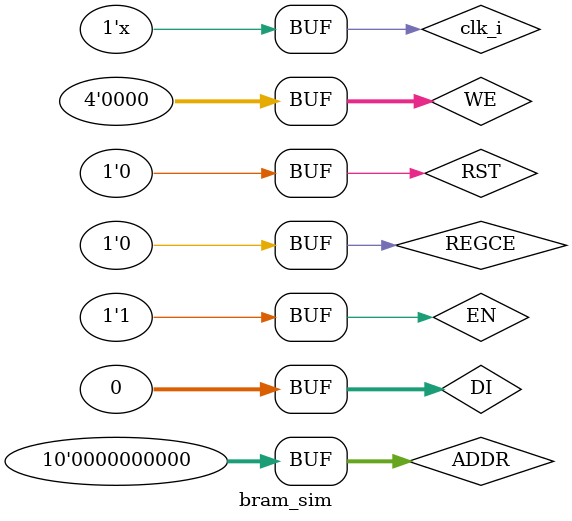
<source format=sv>
`timescale 1ns / 1ps


module bram_sim(

    );
	reg [9:0] ADDR;
	reg clk_i=0;
	reg EN;
	reg RST;
	wire [31:0] DO;
	reg REGCE;
	reg [31:0]DI;
	reg [3:0] WE;
	bram uut(
		.ADDR(ADDR),
		.CLK(clk_i),
		.DO(DO),
		.EN(EN),
		.REGCE(REGCE),
		.DI(DI),
		.RST(RST),
		.WE(WE)
		//input wire A4,
		//output reg O
    );
always #10 clk_i = ~clk_i;
	initial begin
	#50
	RST<=1'b0;
	REGCE<=1'b0;
	WE<=4'b0000;
	DI<=32'h00000000;
	#10
	EN<=1'b1;
	ADDR<=10'b0000000000;
	end;
endmodule

</source>
